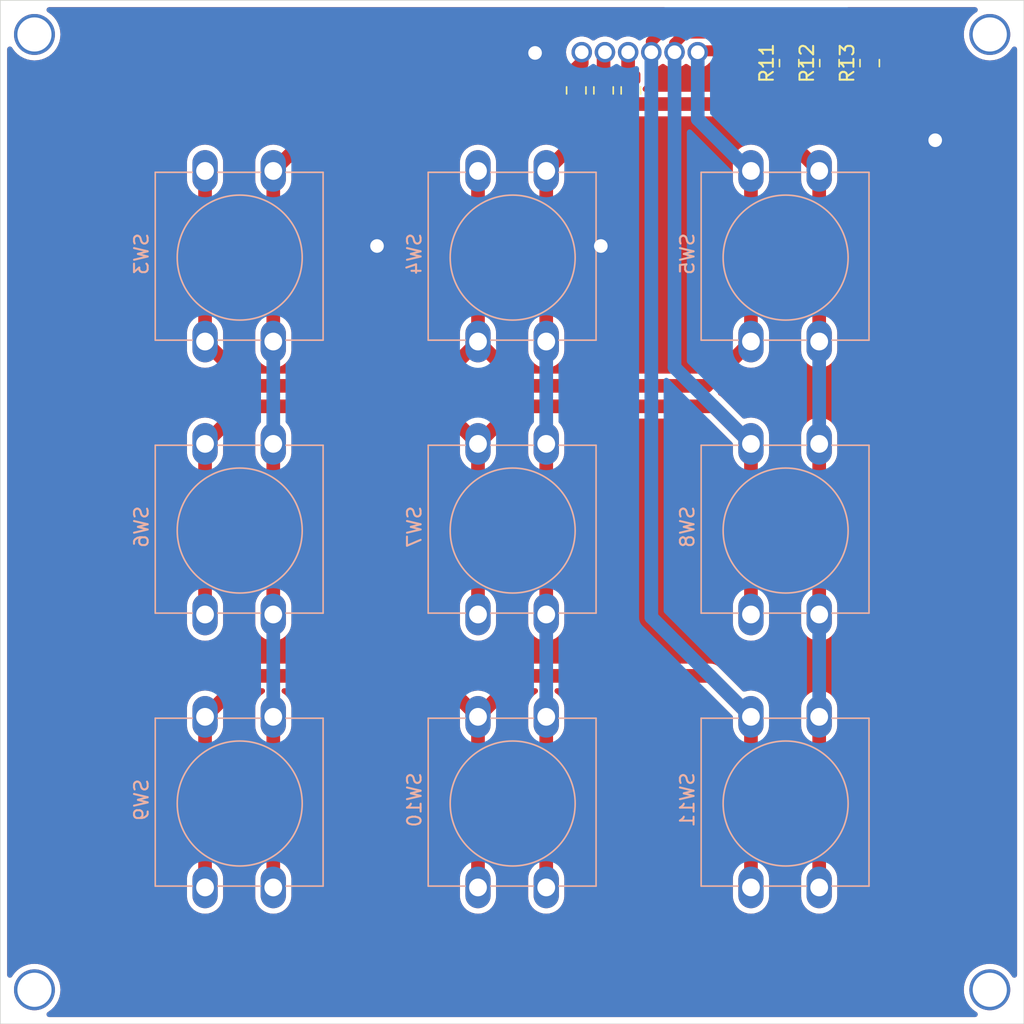
<source format=kicad_pcb>
(kicad_pcb (version 20221018) (generator pcbnew)
  (title_block (title "странный кубик") (date "2023-06-22") (company "НТЦ Вулкан") (comment 1 "Странные игры") (comment 2 "Круглов В.С."))
  (layers (0 "F.Cu" signal) (31 "B.Cu" signal) (34 "B.Paste" user) (35 "F.Paste" user) (36 "B.SilkS" user "B.Silkscreen") (37 "F.SilkS" user "F.Silkscreen") (38 "B.Mask" user) (39 "F.Mask" user) (44 "Edge.Cuts" user))
  (net 0 "")
  (net 1 "GND")
  (net 2 "Net-(R8-Pad1)")
  (net 3 "BOut1")
  (net 4 "Net-(R9-Pad1)")
  (net 5 "BOut2")
  (net 6 "Net-(R10-Pad1)")
  (net 7 "Bin1")
  (net 8 "Bin2")
  (net 9 "Bin3")
  (net 10 "BOut3")
  (footprint "PCM_4ms_Resistor:R_0805_2012Metric" (layer "F.Cu") (at 265.096 154.64 90)
    (fp_text reference "R12" (at 0 -1.65 90) (layer "F.SilkS"))
    (fp_text value "10k_0805" hide)
    (fp_line (start -0.258578 -0.71) (end 0.258578 -0.71) (stroke (width 0.12)) (layer "F.SilkS"))
    (fp_line (start -0.258578 0.71) (end 0.258578 0.71) (stroke (width 0.12)) (layer "F.SilkS"))
    (pad "1" smd roundrect (at -0.9375 0 90) (size 0.975 1.4) (layers "F.Cu" "F.Paste" "F.Mask") (net 1 "GND"))
    (pad "2" smd roundrect (at 0.9375 0 90) (size 0.975 1.4) (layers "F.Cu" "F.Paste" "F.Mask") (net 8 "Bin2"))
  )
  (footprint "PCM_4ms_Resistor:R_0805_2012Metric" (layer "F.Cu") (at 248.546 156.64 90)
    (fp_text reference "R9" hide)
    (fp_text value "330_0805" hide)
    (fp_line (start -0.258578 -0.71) (end 0.258578 -0.71) (stroke (width 0.12)) (layer "F.SilkS"))
    (fp_line (start -0.258578 0.71) (end 0.258578 0.71) (stroke (width 0.12)) (layer "F.SilkS"))
    (pad "1" smd roundrect (at -0.9375 0 90) (size 0.975 1.4) (layers "F.Cu" "F.Paste" "F.Mask") (net 4 "Net-(R9-Pad1)"))
    (pad "2" smd roundrect (at 0.9375 0 90) (size 0.975 1.4) (layers "F.Cu" "F.Paste" "F.Mask") (net 5 "BOut2"))
  )
  (footprint "PCM_4ms_Resistor:R_0805_2012Metric" (layer "F.Cu") (at 262.146 154.64 90)
    (fp_text reference "R11" (at 0 -1.65 90) (layer "F.SilkS"))
    (fp_text value "10k_0805" hide)
    (fp_line (start -0.258578 -0.71) (end 0.258578 -0.71) (stroke (width 0.12)) (layer "F.SilkS"))
    (fp_line (start -0.258578 0.71) (end 0.258578 0.71) (stroke (width 0.12)) (layer "F.SilkS"))
    (pad "1" smd roundrect (at -0.9375 0 90) (size 0.975 1.4) (layers "F.Cu" "F.Paste" "F.Mask") (net 1 "GND"))
    (pad "2" smd roundrect (at 0.9375 0 90) (size 0.975 1.4) (layers "F.Cu" "F.Paste" "F.Mask") (net 7 "Bin1"))
  )
  (footprint "PCM_4ms_Resistor:R_0805_2012Metric" (layer "F.Cu") (at 246.546 156.64 90)
    (fp_text reference "R8" hide)
    (fp_text value "330_0805" hide)
    (fp_line (start -0.258578 -0.71) (end 0.258578 -0.71) (stroke (width 0.12)) (layer "F.SilkS"))
    (fp_line (start -0.258578 0.71) (end 0.258578 0.71) (stroke (width 0.12)) (layer "F.SilkS"))
    (pad "1" smd roundrect (at -0.9375 0 90) (size 0.975 1.4) (layers "F.Cu" "F.Paste" "F.Mask") (net 2 "Net-(R8-Pad1)"))
    (pad "2" smd roundrect (at 0.9375 0 90) (size 0.975 1.4) (layers "F.Cu" "F.Paste" "F.Mask") (net 3 "BOut1"))
  )
  (footprint "PCM_4ms_Resistor:R_0805_2012Metric" (layer "F.Cu") (at 268.046 154.64 90)
    (fp_text reference "R13" (at 0 -1.65 90) (layer "F.SilkS"))
    (fp_text value "10k_0805" hide)
    (fp_line (start -0.258578 -0.71) (end 0.258578 -0.71) (stroke (width 0.12)) (layer "F.SilkS"))
    (fp_line (start -0.258578 0.71) (end 0.258578 0.71) (stroke (width 0.12)) (layer "F.SilkS"))
    (pad "1" smd roundrect (at -0.9375 0 90) (size 0.975 1.4) (layers "F.Cu" "F.Paste" "F.Mask") (net 1 "GND"))
    (pad "2" smd roundrect (at 0.9375 0 90) (size 0.975 1.4) (layers "F.Cu" "F.Paste" "F.Mask") (net 9 "Bin3"))
  )
  (footprint "PCM_4ms_Resistor:R_0805_2012Metric" (layer "F.Cu") (at 250.546 156.64 90)
    (fp_text reference "R10" hide)
    (fp_text value "330_0805" hide)
    (fp_line (start -0.258578 -0.71) (end 0.258578 -0.71) (stroke (width 0.12)) (layer "F.SilkS"))
    (fp_line (start -0.258578 0.71) (end 0.258578 0.71) (stroke (width 0.12)) (layer "F.SilkS"))
    (pad "1" smd roundrect (at -0.9375 0 90) (size 0.975 1.4) (layers "F.Cu" "F.Paste" "F.Mask") (net 6 "Net-(R10-Pad1)"))
    (pad "2" smd roundrect (at 0.9375 0 90) (size 0.975 1.4) (layers "F.Cu" "F.Paste" "F.Mask") (net 10 "BOut3"))
  )
  (footprint "Button_Switch_THT:SW_PUSH-12mm" (layer "B.Cu") (at 259.346 162.54 -90)
    (fp_text reference "SW5" (at 6.08 4.66 90) (layer "B.SilkS") (effects (justify mirror)))
    (fp_text value "SW_Push")
    (fp_line (start 0.1 -8.65) (end 0.1 -5.93) (stroke (width 0.12)) (layer "B.SilkS"))
    (fp_line (start 0.1 -4.07) (end 0.1 -0.93) (stroke (width 0.12)) (layer "B.SilkS"))
    (fp_line (start 0.1 0.93) (end 0.1 3.65) (stroke (width 0.12)) (layer "B.SilkS"))
    (fp_line (start 0.1 3.65) (end 12.4 3.65) (stroke (width 0.12)) (layer "B.SilkS"))
    (fp_line (start 12.4 -8.65) (end 0.1 -8.65) (stroke (width 0.12)) (layer "B.SilkS"))
    (fp_line (start 12.4 -5.93) (end 12.4 -8.65) (stroke (width 0.12)) (layer "B.SilkS"))
    (fp_line (start 12.4 -0.93) (end 12.4 -4.07) (stroke (width 0.12)) (layer "B.SilkS"))
    (fp_line (start 12.4 3.65) (end 12.4 0.93) (stroke (width 0.12)) (layer "B.SilkS"))
    (fp_circle (center 6.35 -2.54) (end 10.16 -5.08) (stroke (width 0.12)) (fill none) (layer "B.SilkS"))
    (pad "1" thru_hole oval (at 0 0 270) (size 3.048 1.85) (drill 1.3) (layers "*.Cu" "*.Mask") (net 7 "Bin1"))
    (pad "1" thru_hole oval (at 12.5 0 270) (size 3.048 1.85) (drill 1.3) (layers "*.Cu" "*.Mask") (net 7 "Bin1"))
    (pad "2" thru_hole oval (at 0 -5 270) (size 3.048 1.85) (drill 1.3) (layers "*.Cu" "*.Mask") (net 6 "Net-(R10-Pad1)"))
    (pad "2" thru_hole oval (at 12.5 -5 270) (size 3.048 1.85) (drill 1.3) (layers "*.Cu" "*.Mask") (net 6 "Net-(R10-Pad1)"))
  )
  (footprint "Button_Switch_THT:SW_PUSH-12mm" (layer "B.Cu") (at 219.346 202.54 -90)
    (fp_text reference "SW9" (at 6.08 4.66 90) (layer "B.SilkS") (effects (justify mirror)))
    (fp_text value "SW_Push")
    (fp_line (start 0.1 -8.65) (end 0.1 -5.93) (stroke (width 0.12)) (layer "B.SilkS"))
    (fp_line (start 0.1 -4.07) (end 0.1 -0.93) (stroke (width 0.12)) (layer "B.SilkS"))
    (fp_line (start 0.1 0.93) (end 0.1 3.65) (stroke (width 0.12)) (layer "B.SilkS"))
    (fp_line (start 0.1 3.65) (end 12.4 3.65) (stroke (width 0.12)) (layer "B.SilkS"))
    (fp_line (start 12.4 -8.65) (end 0.1 -8.65) (stroke (width 0.12)) (layer "B.SilkS"))
    (fp_line (start 12.4 -5.93) (end 12.4 -8.65) (stroke (width 0.12)) (layer "B.SilkS"))
    (fp_line (start 12.4 -0.93) (end 12.4 -4.07) (stroke (width 0.12)) (layer "B.SilkS"))
    (fp_line (start 12.4 3.65) (end 12.4 0.93) (stroke (width 0.12)) (layer "B.SilkS"))
    (fp_circle (center 6.35 -2.54) (end 10.16 -5.08) (stroke (width 0.12)) (fill none) (layer "B.SilkS"))
    (pad "1" thru_hole oval (at 0 0 270) (size 3.048 1.85) (drill 1.3) (layers "*.Cu" "*.Mask") (net 9 "Bin3"))
    (pad "1" thru_hole oval (at 12.5 0 270) (size 3.048 1.85) (drill 1.3) (layers "*.Cu" "*.Mask") (net 9 "Bin3"))
    (pad "2" thru_hole oval (at 0 -5 270) (size 3.048 1.85) (drill 1.3) (layers "*.Cu" "*.Mask") (net 2 "Net-(R8-Pad1)"))
    (pad "2" thru_hole oval (at 12.5 -5 270) (size 3.048 1.85) (drill 1.3) (layers "*.Cu" "*.Mask") (net 2 "Net-(R8-Pad1)"))
  )
  (footprint "Button_Switch_THT:SW_PUSH-12mm" (layer "B.Cu") (at 239.346 182.54 -90)
    (fp_text reference "SW7" (at 6.08 4.66 90) (layer "B.SilkS") (effects (justify mirror)))
    (fp_text value "SW_Push")
    (fp_line (start 0.1 -8.65) (end 0.1 -5.93) (stroke (width 0.12)) (layer "B.SilkS"))
    (fp_line (start 0.1 -4.07) (end 0.1 -0.93) (stroke (width 0.12)) (layer "B.SilkS"))
    (fp_line (start 0.1 0.93) (end 0.1 3.65) (stroke (width 0.12)) (layer "B.SilkS"))
    (fp_line (start 0.1 3.65) (end 12.4 3.65) (stroke (width 0.12)) (layer "B.SilkS"))
    (fp_line (start 12.4 -8.65) (end 0.1 -8.65) (stroke (width 0.12)) (layer "B.SilkS"))
    (fp_line (start 12.4 -5.93) (end 12.4 -8.65) (stroke (width 0.12)) (layer "B.SilkS"))
    (fp_line (start 12.4 -0.93) (end 12.4 -4.07) (stroke (width 0.12)) (layer "B.SilkS"))
    (fp_line (start 12.4 3.65) (end 12.4 0.93) (stroke (width 0.12)) (layer "B.SilkS"))
    (fp_circle (center 6.35 -2.54) (end 10.16 -5.08) (stroke (width 0.12)) (fill none) (layer "B.SilkS"))
    (pad "1" thru_hole oval (at 0 0 270) (size 3.048 1.85) (drill 1.3) (layers "*.Cu" "*.Mask") (net 8 "Bin2"))
    (pad "1" thru_hole oval (at 12.5 0 270) (size 3.048 1.85) (drill 1.3) (layers "*.Cu" "*.Mask") (net 8 "Bin2"))
    (pad "2" thru_hole oval (at 0 -5 270) (size 3.048 1.85) (drill 1.3) (layers "*.Cu" "*.Mask") (net 4 "Net-(R9-Pad1)"))
    (pad "2" thru_hole oval (at 12.5 -5 270) (size 3.048 1.85) (drill 1.3) (layers "*.Cu" "*.Mask") (net 4 "Net-(R9-Pad1)"))
  )
  (footprint "Button_Switch_THT:SW_PUSH-12mm" (layer "B.Cu") (at 219.346 162.54 -90)
    (fp_text reference "SW3" (at 6.08 4.66 90) (layer "B.SilkS") (effects (justify mirror)))
    (fp_text value "SW_Push")
    (fp_line (start 0.1 -8.65) (end 0.1 -5.93) (stroke (width 0.12)) (layer "B.SilkS"))
    (fp_line (start 0.1 -4.07) (end 0.1 -0.93) (stroke (width 0.12)) (layer "B.SilkS"))
    (fp_line (start 0.1 0.93) (end 0.1 3.65) (stroke (width 0.12)) (layer "B.SilkS"))
    (fp_line (start 0.1 3.65) (end 12.4 3.65) (stroke (width 0.12)) (layer "B.SilkS"))
    (fp_line (start 12.4 -8.65) (end 0.1 -8.65) (stroke (width 0.12)) (layer "B.SilkS"))
    (fp_line (start 12.4 -5.93) (end 12.4 -8.65) (stroke (width 0.12)) (layer "B.SilkS"))
    (fp_line (start 12.4 -0.93) (end 12.4 -4.07) (stroke (width 0.12)) (layer "B.SilkS"))
    (fp_line (start 12.4 3.65) (end 12.4 0.93) (stroke (width 0.12)) (layer "B.SilkS"))
    (fp_circle (center 6.35 -2.54) (end 10.16 -5.08) (stroke (width 0.12)) (fill none) (layer "B.SilkS"))
    (pad "1" thru_hole oval (at 0 0 270) (size 3.048 1.85) (drill 1.3) (layers "*.Cu" "*.Mask") (net 7 "Bin1"))
    (pad "1" thru_hole oval (at 12.5 0 270) (size 3.048 1.85) (drill 1.3) (layers "*.Cu" "*.Mask") (net 7 "Bin1"))
    (pad "2" thru_hole oval (at 0 -5 270) (size 3.048 1.85) (drill 1.3) (layers "*.Cu" "*.Mask") (net 2 "Net-(R8-Pad1)"))
    (pad "2" thru_hole oval (at 12.5 -5 270) (size 3.048 1.85) (drill 1.3) (layers "*.Cu" "*.Mask") (net 2 "Net-(R8-Pad1)"))
  )
  (footprint "Button_Switch_THT:SW_PUSH-12mm" (layer "B.Cu") (at 259.346 182.54 -90)
    (fp_text reference "SW8" (at 6.08 4.66 90) (layer "B.SilkS") (effects (justify mirror)))
    (fp_text value "SW_Push")
    (fp_line (start 0.1 -8.65) (end 0.1 -5.93) (stroke (width 0.12)) (layer "B.SilkS"))
    (fp_line (start 0.1 -4.07) (end 0.1 -0.93) (stroke (width 0.12)) (layer "B.SilkS"))
    (fp_line (start 0.1 0.93) (end 0.1 3.65) (stroke (width 0.12)) (layer "B.SilkS"))
    (fp_line (start 0.1 3.65) (end 12.4 3.65) (stroke (width 0.12)) (layer "B.SilkS"))
    (fp_line (start 12.4 -8.65) (end 0.1 -8.65) (stroke (width 0.12)) (layer "B.SilkS"))
    (fp_line (start 12.4 -5.93) (end 12.4 -8.65) (stroke (width 0.12)) (layer "B.SilkS"))
    (fp_line (start 12.4 -0.93) (end 12.4 -4.07) (stroke (width 0.12)) (layer "B.SilkS"))
    (fp_line (start 12.4 3.65) (end 12.4 0.93) (stroke (width 0.12)) (layer "B.SilkS"))
    (fp_circle (center 6.35 -2.54) (end 10.16 -5.08) (stroke (width 0.12)) (fill none) (layer "B.SilkS"))
    (pad "1" thru_hole oval (at 0 0 270) (size 3.048 1.85) (drill 1.3) (layers "*.Cu" "*.Mask") (net 8 "Bin2"))
    (pad "1" thru_hole oval (at 12.5 0 270) (size 3.048 1.85) (drill 1.3) (layers "*.Cu" "*.Mask") (net 8 "Bin2"))
    (pad "2" thru_hole oval (at 0 -5 270) (size 3.048 1.85) (drill 1.3) (layers "*.Cu" "*.Mask") (net 6 "Net-(R10-Pad1)"))
    (pad "2" thru_hole oval (at 12.5 -5 270) (size 3.048 1.85) (drill 1.3) (layers "*.Cu" "*.Mask") (net 6 "Net-(R10-Pad1)"))
  )
  (footprint "Button_Switch_THT:SW_PUSH-12mm" (layer "B.Cu") (at 259.346 202.54 -90)
    (fp_text reference "SW11" (at 6.08 4.66 90) (layer "B.SilkS") (effects (justify mirror)))
    (fp_text value "SW_Push")
    (fp_line (start 0.1 -8.65) (end 0.1 -5.93) (stroke (width 0.12)) (layer "B.SilkS"))
    (fp_line (start 0.1 -4.07) (end 0.1 -0.93) (stroke (width 0.12)) (layer "B.SilkS"))
    (fp_line (start 0.1 0.93) (end 0.1 3.65) (stroke (width 0.12)) (layer "B.SilkS"))
    (fp_line (start 0.1 3.65) (end 12.4 3.65) (stroke (width 0.12)) (layer "B.SilkS"))
    (fp_line (start 12.4 -8.65) (end 0.1 -8.65) (stroke (width 0.12)) (layer "B.SilkS"))
    (fp_line (start 12.4 -5.93) (end 12.4 -8.65) (stroke (width 0.12)) (layer "B.SilkS"))
    (fp_line (start 12.4 -0.93) (end 12.4 -4.07) (stroke (width 0.12)) (layer "B.SilkS"))
    (fp_line (start 12.4 3.65) (end 12.4 0.93) (stroke (width 0.12)) (layer "B.SilkS"))
    (fp_circle (center 6.35 -2.54) (end 10.16 -5.08) (stroke (width 0.12)) (fill none) (layer "B.SilkS"))
    (pad "1" thru_hole oval (at 0 0 270) (size 3.048 1.85) (drill 1.3) (layers "*.Cu" "*.Mask") (net 9 "Bin3"))
    (pad "1" thru_hole oval (at 12.5 0 270) (size 3.048 1.85) (drill 1.3) (layers "*.Cu" "*.Mask") (net 9 "Bin3"))
    (pad "2" thru_hole oval (at 0 -5 270) (size 3.048 1.85) (drill 1.3) (layers "*.Cu" "*.Mask") (net 6 "Net-(R10-Pad1)"))
    (pad "2" thru_hole oval (at 12.5 -5 270) (size 3.048 1.85) (drill 1.3) (layers "*.Cu" "*.Mask") (net 6 "Net-(R10-Pad1)"))
  )
  (footprint "Button_Switch_THT:SW_PUSH-12mm" (layer "B.Cu") (at 239.346 162.54 -90)
    (fp_text reference "SW4" (at 6.08 4.66 90) (layer "B.SilkS") (effects (justify mirror)))
    (fp_text value "SW_Push")
    (fp_line (start 0.1 -8.65) (end 0.1 -5.93) (stroke (width 0.12)) (layer "B.SilkS"))
    (fp_line (start 0.1 -4.07) (end 0.1 -0.93) (stroke (width 0.12)) (layer "B.SilkS"))
    (fp_line (start 0.1 0.93) (end 0.1 3.65) (stroke (width 0.12)) (layer "B.SilkS"))
    (fp_line (start 0.1 3.65) (end 12.4 3.65) (stroke (width 0.12)) (layer "B.SilkS"))
    (fp_line (start 12.4 -8.65) (end 0.1 -8.65) (stroke (width 0.12)) (layer "B.SilkS"))
    (fp_line (start 12.4 -5.93) (end 12.4 -8.65) (stroke (width 0.12)) (layer "B.SilkS"))
    (fp_line (start 12.4 -0.93) (end 12.4 -4.07) (stroke (width 0.12)) (layer "B.SilkS"))
    (fp_line (start 12.4 3.65) (end 12.4 0.93) (stroke (width 0.12)) (layer "B.SilkS"))
    (fp_circle (center 6.35 -2.54) (end 10.16 -5.08) (stroke (width 0.12)) (fill none) (layer "B.SilkS"))
    (pad "1" thru_hole oval (at 0 0 270) (size 3.048 1.85) (drill 1.3) (layers "*.Cu" "*.Mask") (net 7 "Bin1"))
    (pad "1" thru_hole oval (at 12.5 0 270) (size 3.048 1.85) (drill 1.3) (layers "*.Cu" "*.Mask") (net 7 "Bin1"))
    (pad "2" thru_hole oval (at 0 -5 270) (size 3.048 1.85) (drill 1.3) (layers "*.Cu" "*.Mask") (net 4 "Net-(R9-Pad1)"))
    (pad "2" thru_hole oval (at 12.5 -5 270) (size 3.048 1.85) (drill 1.3) (layers "*.Cu" "*.Mask") (net 4 "Net-(R9-Pad1)"))
  )
  (footprint "Button_Switch_THT:SW_PUSH-12mm" (layer "B.Cu") (at 219.346 182.54 -90)
    (fp_text reference "SW6" (at 6.08 4.66 90) (layer "B.SilkS") (effects (justify mirror)))
    (fp_text value "SW_Push")
    (fp_line (start 0.1 -8.65) (end 0.1 -5.93) (stroke (width 0.12)) (layer "B.SilkS"))
    (fp_line (start 0.1 -4.07) (end 0.1 -0.93) (stroke (width 0.12)) (layer "B.SilkS"))
    (fp_line (start 0.1 0.93) (end 0.1 3.65) (stroke (width 0.12)) (layer "B.SilkS"))
    (fp_line (start 0.1 3.65) (end 12.4 3.65) (stroke (width 0.12)) (layer "B.SilkS"))
    (fp_line (start 12.4 -8.65) (end 0.1 -8.65) (stroke (width 0.12)) (layer "B.SilkS"))
    (fp_line (start 12.4 -5.93) (end 12.4 -8.65) (stroke (width 0.12)) (layer "B.SilkS"))
    (fp_line (start 12.4 -0.93) (end 12.4 -4.07) (stroke (width 0.12)) (layer "B.SilkS"))
    (fp_line (start 12.4 3.65) (end 12.4 0.93) (stroke (width 0.12)) (layer "B.SilkS"))
    (fp_circle (center 6.35 -2.54) (end 10.16 -5.08) (stroke (width 0.12)) (fill none) (layer "B.SilkS"))
    (pad "1" thru_hole oval (at 0 0 270) (size 3.048 1.85) (drill 1.3) (layers "*.Cu" "*.Mask") (net 8 "Bin2"))
    (pad "1" thru_hole oval (at 12.5 0 270) (size 3.048 1.85) (drill 1.3) (layers "*.Cu" "*.Mask") (net 8 "Bin2"))
    (pad "2" thru_hole oval (at 0 -5 270) (size 3.048 1.85) (drill 1.3) (layers "*.Cu" "*.Mask") (net 2 "Net-(R8-Pad1)"))
    (pad "2" thru_hole oval (at 12.5 -5 270) (size 3.048 1.85) (drill 1.3) (layers "*.Cu" "*.Mask") (net 2 "Net-(R8-Pad1)"))
  )
  (footprint "Button_Switch_THT:SW_PUSH-12mm" (layer "B.Cu") (at 239.346 202.54 -90)
    (fp_text reference "SW10" (at 6.08 4.66 90) (layer "B.SilkS") (effects (justify mirror)))
    (fp_text value "SW_Push")
    (fp_line (start 0.1 -8.65) (end 0.1 -5.93) (stroke (width 0.12)) (layer "B.SilkS"))
    (fp_line (start 0.1 -4.07) (end 0.1 -0.93) (stroke (width 0.12)) (layer "B.SilkS"))
    (fp_line (start 0.1 0.93) (end 0.1 3.65) (stroke (width 0.12)) (layer "B.SilkS"))
    (fp_line (start 0.1 3.65) (end 12.4 3.65) (stroke (width 0.12)) (layer "B.SilkS"))
    (fp_line (start 12.4 -8.65) (end 0.1 -8.65) (stroke (width 0.12)) (layer "B.SilkS"))
    (fp_line (start 12.4 -5.93) (end 12.4 -8.65) (stroke (width 0.12)) (layer "B.SilkS"))
    (fp_line (start 12.4 -0.93) (end 12.4 -4.07) (stroke (width 0.12)) (layer "B.SilkS"))
    (fp_line (start 12.4 3.65) (end 12.4 0.93) (stroke (width 0.12)) (layer "B.SilkS"))
    (fp_circle (center 6.35 -2.54) (end 10.16 -5.08) (stroke (width 0.12)) (fill none) (layer "B.SilkS"))
    (pad "1" thru_hole oval (at 0 0 270) (size 3.048 1.85) (drill 1.3) (layers "*.Cu" "*.Mask") (net 9 "Bin3"))
    (pad "1" thru_hole oval (at 12.5 0 270) (size 3.048 1.85) (drill 1.3) (layers "*.Cu" "*.Mask") (net 9 "Bin3"))
    (pad "2" thru_hole oval (at 0 -5 270) (size 3.048 1.85) (drill 1.3) (layers "*.Cu" "*.Mask") (net 4 "Net-(R9-Pad1)"))
    (pad "2" thru_hole oval (at 12.5 -5 270) (size 3.048 1.85) (drill 1.3) (layers "*.Cu" "*.Mask") (net 4 "Net-(R9-Pad1)"))
  )
  (gr_rect (start 204.346 150.04) (end 279.346 225.04) (stroke (width 0.05)) (fill none) (layer "Edge.Cuts"))
  (via (at 276.846 222.54) (size 3) (drill 2.5) (layers "F.Cu" "B.Cu") (net 0))
  (via (at 276.846 152.54) (size 3) (drill 2.5) (layers "F.Cu" "B.Cu") (net 0))
  (via (at 206.846 152.54) (size 3) (drill 2.5) (layers "F.Cu" "B.Cu") (net 0))
  (via (at 206.846 222.54) (size 3) (drill 2.5) (layers "F.Cu" "B.Cu") (net 0))
  (via (at 243.526995 153.892998) (size 1.5) (drill 1) (layers "F.Cu" "B.Cu") (net 1))
  (via (at 248.346 168.04) (size 1.5) (drill 1) (layers "F.Cu" "B.Cu") (net 1))
  (via (at 231.946 168.04) (size 1.5) (drill 1) (layers "F.Cu" "B.Cu") (net 1))
  (via (at 272.846 160.29) (size 1.5) (drill 1) (layers "F.Cu" "B.Cu") (net 1))
  (segment (start 224.346 175.04) (end 224.346 162.54) (width 1) (layer "F.Cu") (net 2))
  (segment (start 224.346 215.04) (end 224.346 202.54) (width 1) (layer "F.Cu") (net 2))
  (segment (start 224.346 195.04) (end 224.346 182.54) (width 1) (layer "F.Cu") (net 2))
  (segment (start 246.546 157.5775) (end 229.3085 157.5775) (width 1) (layer "F.Cu") (net 2))
  (segment (start 229.3085 157.5775) (end 224.346 162.54) (width 1) (layer "F.Cu") (net 2))
  (segment (start 224.346 175.04) (end 224.346 182.54) (width 1) (layer "B.Cu") (net 2))
  (segment (start 224.346 202.54) (end 224.346 195.04) (width 1) (layer "B.Cu") (net 2))
  (segment (start 246.546 155.7025) (end 246.546 155.04) (width 1) (layer "F.Cu") (net 3))
  (segment (start 246.947988 154.638012) (end 246.947988 153.84) (width 1) (layer "F.Cu") (net 3))
  (segment (start 246.546 155.04) (end 246.947988 154.638012) (width 1) (layer "F.Cu") (net 3))
  (via (at 246.947988 153.84) (size 1.5) (drill 1) (layers "F.Cu" "B.Cu") (net 3))
  (segment (start 244.346 195.04) (end 244.346 182.54) (width 1) (layer "F.Cu") (net 4))
  (segment (start 244.346 215.04) (end 244.346 202.54) (width 1) (layer "F.Cu") (net 4))
  (segment (start 244.346 175.04) (end 244.346 162.54) (width 1) (layer "F.Cu") (net 4))
  (segment (start 248.546 158.34) (end 248.546 157.5775) (width 1) (layer "F.Cu") (net 4))
  (segment (start 244.346 162.54) (end 248.546 158.34) (width 1) (layer "F.Cu") (net 4))
  (segment (start 244.346 202.54) (end 244.346 195.04) (width 1) (layer "B.Cu") (net 4))
  (segment (start 244.346 182.54) (end 244.346 175.04) (width 1) (layer "B.Cu") (net 4))
  (segment (start 248.546 153.941491) (end 248.647491 153.84) (width 1) (layer "F.Cu") (net 5))
  (segment (start 248.546 155.7025) (end 248.546 153.941491) (width 1) (layer "F.Cu") (net 5))
  (via (at 248.647491 153.84) (size 1.5) (drill 1) (layers "F.Cu" "B.Cu") (net 5))
  (segment (start 264.346 195.04) (end 264.346 182.54) (width 1) (layer "F.Cu") (net 6))
  (segment (start 250.546 157.5775) (end 250.6085 157.64) (width 1) (layer "F.Cu") (net 6))
  (segment (start 250.6085 157.64) (end 259.446 157.64) (width 1) (layer "F.Cu") (net 6))
  (segment (start 264.346 175.04) (end 264.346 162.54) (width 1) (layer "F.Cu") (net 6))
  (segment (start 259.446 157.64) (end 264.346 162.54) (width 1) (layer "F.Cu") (net 6))
  (segment (start 264.346 215.04) (end 264.346 202.54) (width 1) (layer "F.Cu") (net 6))
  (segment (start 264.346 182.54) (end 264.346 175.04) (width 1) (layer "B.Cu") (net 6))
  (segment (start 264.346 202.54) (end 264.346 195.04) (width 1) (layer "B.Cu") (net 6))
  (segment (start 219.346 175.04) (end 222.596 178.29) (width 1) (layer "F.Cu") (net 7))
  (segment (start 239.346 175.04) (end 239.346 162.54) (width 1) (layer "F.Cu") (net 7))
  (segment (start 256.096 178.29) (end 259.346 175.04) (width 1) (layer "F.Cu") (net 7))
  (segment (start 259.346 162.54) (end 259.346 175.04) (width 1) (layer "F.Cu") (net 7))
  (segment (start 242.596 178.29) (end 256.096 178.29) (width 1) (layer "F.Cu") (net 7))
  (segment (start 255.445503 153.84) (end 255.545503 153.74) (width 0.8) (layer "F.Cu") (net 7))
  (segment (start 222.596 178.29) (end 236.096 178.29) (width 1) (layer "F.Cu") (net 7))
  (segment (start 239.346 175.04) (end 242.596 178.29) (width 1) (layer "F.Cu") (net 7))
  (segment (start 236.096 178.29) (end 239.346 175.04) (width 1) (layer "F.Cu") (net 7))
  (segment (start 262.1085 153.74) (end 262.146 153.7025) (width 0.8) (layer "F.Cu") (net 7))
  (segment (start 255.545503 153.74) (end 262.1085 153.74) (width 0.8) (layer "F.Cu") (net 7))
  (segment (start 219.346 162.54) (end 219.346 175.04) (width 1) (layer "F.Cu") (net 7))
  (via (at 255.445503 153.84) (size 1.5) (drill 1) (layers "F.Cu" "B.Cu") (net 7))
  (segment (start 259.246 162.54) (end 259.346 162.54) (width 1) (layer "B.Cu") (net 7))
  (segment (start 255.445503 158.739503) (end 259.246 162.54) (width 1) (layer "B.Cu") (net 7))
  (segment (start 255.445503 153.84) (end 255.445503 158.739503) (width 1) (layer "B.Cu") (net 7))
  (segment (start 242.096 179.79) (end 256.596 179.79) (width 1) (layer "F.Cu") (net 8))
  (segment (start 254.51205 152.44) (end 263.8335 152.44) (width 0.8) (layer "F.Cu") (net 8))
  (segment (start 219.346 182.54) (end 219.346 195.04) (width 1) (layer "F.Cu") (net 8))
  (segment (start 222.096 179.79) (end 236.596 179.79) (width 1) (layer "F.Cu") (net 8))
  (segment (start 219.346 182.54) (end 222.096 179.79) (width 1) (layer "F.Cu") (net 8))
  (segment (start 253.746 153.20605) (end 254.51205 152.44) (width 0.8) (layer "F.Cu") (net 8))
  (segment (start 239.346 195.04) (end 239.346 182.54) (width 1) (layer "F.Cu") (net 8))
  (segment (start 236.596 179.79) (end 239.346 182.54) (width 1) (layer "F.Cu") (net 8))
  (segment (start 263.8335 152.44) (end 265.096 153.7025) (width 0.8) (layer "F.Cu") (net 8))
  (segment (start 239.346 182.54) (end 242.096 179.79) (width 1) (layer "F.Cu") (net 8))
  (segment (start 253.746 153.84) (end 253.746 153.20605) (width 0.8) (layer "F.Cu") (net 8))
  (segment (start 256.596 179.79) (end 259.346 182.54) (width 1) (layer "F.Cu") (net 8))
  (segment (start 259.346 182.54) (end 259.346 195.04) (width 1) (layer "F.Cu") (net 8))
  (via (at 253.746 153.84) (size 1.5) (drill 1) (layers "F.Cu" "B.Cu") (net 8))
  (segment (start 253.746 153.84) (end 253.746 176.94) (width 1) (layer "B.Cu") (net 8))
  (segment (start 253.746 176.94) (end 259.346 182.54) (width 1) (layer "B.Cu") (net 8))
  (segment (start 256.346 199.54) (end 259.346 202.54) (width 1) (layer "F.Cu") (net 9))
  (segment (start 265.7835 151.44) (end 268.046 153.7025) (width 0.8) (layer "F.Cu") (net 9))
  (segment (start 239.346 202.54) (end 242.346 199.54) (width 1) (layer "F.Cu") (net 9))
  (segment (start 236.346 199.54) (end 239.346 202.54) (width 1) (layer "F.Cu") (net 9))
  (segment (start 252.046497 153.84) (end 252.046497 153.067075) (width 0.8) (layer "F.Cu") (net 9))
  (segment (start 242.346 199.54) (end 256.346 199.54) (width 1) (layer "F.Cu") (net 9))
  (segment (start 219.346 202.54) (end 219.346 215.04) (width 1) (layer "F.Cu") (net 9))
  (segment (start 259.346 215.04) (end 259.346 202.54) (width 1) (layer "F.Cu") (net 9))
  (segment (start 252.046497 153.84) (end 252.146 153.939503) (width 0.25) (layer "F.Cu") (net 9))
  (segment (start 222.346 199.54) (end 236.346 199.54) (width 1) (layer "F.Cu") (net 9))
  (segment (start 219.346 202.54) (end 222.346 199.54) (width 1) (layer "F.Cu") (net 9))
  (segment (start 239.346 215.04) (end 239.346 202.54) (width 1) (layer "F.Cu") (net 9))
  (segment (start 252.046497 153.067075) (end 253.673572 151.44) (width 0.8) (layer "F.Cu") (net 9))
  (segment (start 253.673572 151.44) (end 265.7835 151.44) (width 0.8) (layer "F.Cu") (net 9))
  (via (at 252.046497 153.84) (size 1.5) (drill 1) (layers "F.Cu" "B.Cu") (net 9))
  (segment (start 252.046497 195.240497) (end 259.346 202.54) (width 1) (layer "B.Cu") (net 9))
  (segment (start 252.046497 153.84) (end 252.046497 195.240497) (width 1) (layer "B.Cu") (net 9))
  (segment (start 250.346 155.5025) (end 250.346 153.840994) (width 1) (layer "F.Cu") (net 10))
  (segment (start 250.346 153.840994) (end 250.346994 153.84) (width 1) (layer "F.Cu") (net 10))
  (segment (start 250.546 155.7025) (end 250.346 155.5025) (width 1) (layer "F.Cu") (net 10))
  (via (at 250.346994 153.84) (size 1.5) (drill 1) (layers "F.Cu" "B.Cu") (net 10))
  (zone (net 1) (net_name "GND") (layer "F.Cu") (name "+3V3") (priority 1) (connect_pads yes (clearance 0.4)) (min_thickness 0.4) (fill yes (thermal_gap 0.4) (thermal_bridge_width 0.4))
    (polygon (pts (xy 204.346 150.04) (xy 204.346 225.04) (xy 279.346 225.04) (xy 279.346 150.04)))
  )
  (zone (net 1) (net_name "GND") (layer "B.Cu") (name "GND") (connect_pads yes (clearance 0.4)) (min_thickness 0.4) (fill yes (thermal_gap 0.4) (thermal_bridge_width 0.4))
    (polygon (pts (xy 204.346 150.04) (xy 204.346 225.04) (xy 279.346 225.04) (xy 279.346 150.04)))
  )
)
</source>
